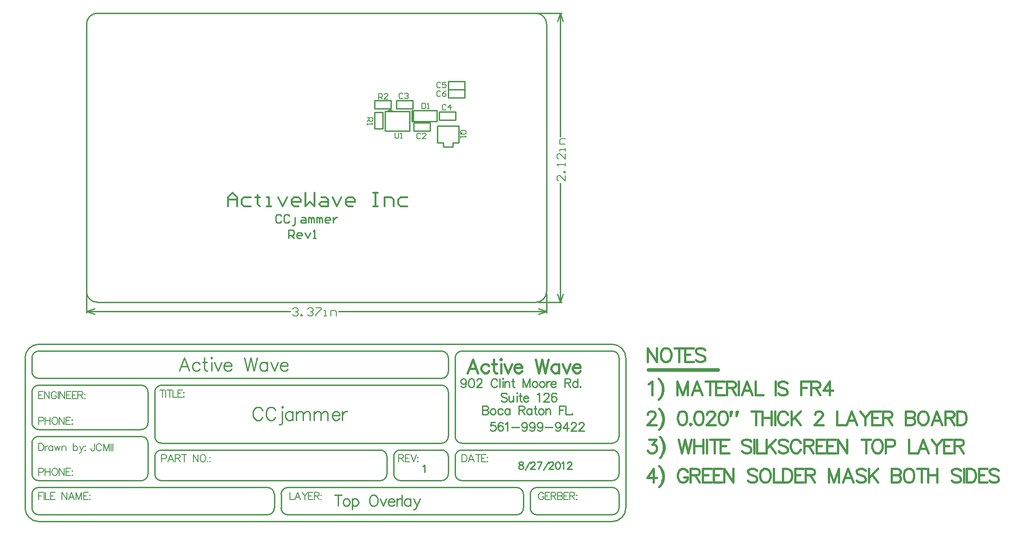
<source format=gto>
%FSLAX25Y25*%
%MOIN*%
G70*
G01*
G75*
G04 Layer_Color=65535*
%ADD10C,0.02500*%
%ADD11C,0.06000*%
%ADD12R,0.03000X0.03000*%
%ADD13R,0.05000X0.02000*%
%ADD14R,0.03000X0.03000*%
%ADD15R,0.03600X0.05000*%
%ADD16R,0.03600X0.03600*%
%ADD17R,0.03937X0.03937*%
%ADD18C,0.02000*%
%ADD19C,0.01200*%
%ADD20C,0.01000*%
%ADD21C,0.00800*%
%ADD22C,0.03000*%
%ADD23C,0.00600*%
%ADD24C,0.00900*%
%ADD25C,0.01500*%
%ADD26C,0.00500*%
%ADD27C,0.04000*%
D10*
X411800Y-49700D02*
X462800D01*
D19*
X103500Y70500D02*
Y77165D01*
X106832Y80497D01*
X110164Y77165D01*
Y70500D01*
Y75498D01*
X103500D01*
X120161Y77165D02*
X115163D01*
X113497Y75498D01*
Y72166D01*
X115163Y70500D01*
X120161D01*
X125160Y78831D02*
Y77165D01*
X123494D01*
X126826D01*
X125160D01*
Y72166D01*
X126826Y70500D01*
X131824D02*
X135156D01*
X133490D01*
Y77165D01*
X131824D01*
X140155D02*
X143487Y70500D01*
X146819Y77165D01*
X155150Y70500D02*
X151818D01*
X150152Y72166D01*
Y75498D01*
X151818Y77165D01*
X155150D01*
X156816Y75498D01*
Y73832D01*
X150152D01*
X160148Y80497D02*
Y70500D01*
X163481Y73832D01*
X166813Y70500D01*
Y80497D01*
X171811Y77165D02*
X175144D01*
X176810Y75498D01*
Y70500D01*
X171811D01*
X170145Y72166D01*
X171811Y73832D01*
X176810D01*
X180142Y77165D02*
X183474Y70500D01*
X186806Y77165D01*
X195137Y70500D02*
X191805D01*
X190139Y72166D01*
Y75498D01*
X191805Y77165D01*
X195137D01*
X196803Y75498D01*
Y73832D01*
X190139D01*
X210132Y80497D02*
X213464D01*
X211798D01*
Y70500D01*
X210132D01*
X213464D01*
X218463D02*
Y77165D01*
X223461D01*
X225127Y75498D01*
Y70500D01*
X235124Y77165D02*
X230126D01*
X228460Y75498D01*
Y72166D01*
X230126Y70500D01*
X235124D01*
D20*
X224100Y140400D02*
G03*
X220600Y140150I-1625J-1875D01*
G01*
X211100Y139200D02*
X214100D01*
X211100Y127200D02*
Y139200D01*
Y127200D02*
X217100D01*
Y139200D01*
X214100D02*
X217100D01*
X218600Y129150D02*
Y140150D01*
X236600D01*
Y125650D02*
Y140150D01*
X218600Y125650D02*
X236600D01*
X218600D02*
Y129150D01*
X265000Y150000D02*
Y153000D01*
Y150000D02*
X277000D01*
Y156000D01*
X265000D02*
X277000D01*
X265000Y153000D02*
Y156000D01*
Y159000D01*
Y156000D02*
X277000D01*
Y162000D01*
X265000D02*
X277000D01*
X265000Y159000D02*
Y162000D01*
X251600Y128600D02*
Y131600D01*
X239600D02*
X251600D01*
X239600Y125600D02*
Y131600D01*
Y125600D02*
X251600D01*
Y128600D01*
X238900Y145000D02*
Y148000D01*
X226900D02*
X238900D01*
X226900Y142000D02*
Y148000D01*
Y142000D02*
X238900D01*
Y145000D01*
X261550Y113900D02*
X266250D01*
X261300D02*
Y116900D01*
X257050D02*
X261300D01*
X257050D02*
Y129400D01*
X272550D01*
Y116900D02*
Y129400D01*
X268300Y116900D02*
X272550D01*
X268300Y113900D02*
Y116900D01*
X266250Y113900D02*
X268050D01*
X270200Y136800D02*
Y139800D01*
X258200D02*
X270200D01*
X258200Y133800D02*
Y139800D01*
Y133800D02*
X270200D01*
Y136800D01*
X223100Y144900D02*
Y147900D01*
X211100D02*
X223100D01*
X211100Y141900D02*
Y147900D01*
Y141900D02*
X223100D01*
Y144900D01*
X238158Y132763D02*
X239437D01*
X238158D02*
Y140637D01*
X239437D01*
X256563Y132763D02*
Y136700D01*
X248000Y132763D02*
X256563D01*
X239437Y140637D02*
X248000D01*
X239437Y136700D02*
Y140637D01*
Y132763D02*
Y136700D01*
Y132763D02*
X248000D01*
Y140637D02*
X256563D01*
Y136700D02*
Y140637D01*
X148000Y47000D02*
Y52998D01*
X150999D01*
X151999Y51998D01*
Y49999D01*
X150999Y48999D01*
X148000D01*
X149999D02*
X151999Y47000D01*
X156997D02*
X154998D01*
X153998Y48000D01*
Y49999D01*
X154998Y50999D01*
X156997D01*
X157997Y49999D01*
Y48999D01*
X153998D01*
X159996Y50999D02*
X161995Y47000D01*
X163995Y50999D01*
X165994Y47000D02*
X167993D01*
X166994D01*
Y52998D01*
X165994Y51998D01*
X142499Y63498D02*
X141499Y64498D01*
X139500D01*
X138500Y63498D01*
Y59500D01*
X139500Y58500D01*
X141499D01*
X142499Y59500D01*
X148497Y63498D02*
X147497Y64498D01*
X145498D01*
X144498Y63498D01*
Y59500D01*
X145498Y58500D01*
X147497D01*
X148497Y59500D01*
X150496Y56501D02*
X151496D01*
X152496Y57500D01*
Y62499D01*
X157494D02*
X159493D01*
X160493Y61499D01*
Y58500D01*
X157494D01*
X156494Y59500D01*
X157494Y60499D01*
X160493D01*
X162492Y58500D02*
Y62499D01*
X163492D01*
X164492Y61499D01*
Y58500D01*
Y61499D01*
X165491Y62499D01*
X166491Y61499D01*
Y58500D01*
X168490D02*
Y62499D01*
X169490D01*
X170490Y61499D01*
Y58500D01*
Y61499D01*
X171489Y62499D01*
X172489Y61499D01*
Y58500D01*
X177487D02*
X175488D01*
X174488Y59500D01*
Y61499D01*
X175488Y62499D01*
X177487D01*
X178487Y61499D01*
Y60499D01*
X174488D01*
X180486Y62499D02*
Y58500D01*
Y60499D01*
X181486Y61499D01*
X182486Y62499D01*
X183485D01*
X184266Y-141402D02*
Y-149400D01*
X181600Y-141402D02*
X186932D01*
X189789Y-144068D02*
X189027Y-144449D01*
X188265Y-145210D01*
X187884Y-146353D01*
Y-147115D01*
X188265Y-148257D01*
X189027Y-149019D01*
X189789Y-149400D01*
X190931D01*
X191693Y-149019D01*
X192455Y-148257D01*
X192836Y-147115D01*
Y-146353D01*
X192455Y-145210D01*
X191693Y-144449D01*
X190931Y-144068D01*
X189789D01*
X194588D02*
Y-152066D01*
Y-145210D02*
X195349Y-144449D01*
X196111Y-144068D01*
X197254D01*
X198015Y-144449D01*
X198777Y-145210D01*
X199158Y-146353D01*
Y-147115D01*
X198777Y-148257D01*
X198015Y-149019D01*
X197254Y-149400D01*
X196111D01*
X195349Y-149019D01*
X194588Y-148257D01*
X209442Y-141402D02*
X208680Y-141783D01*
X207918Y-142544D01*
X207537Y-143306D01*
X207156Y-144449D01*
Y-146353D01*
X207537Y-147496D01*
X207918Y-148257D01*
X208680Y-149019D01*
X209442Y-149400D01*
X210965D01*
X211727Y-149019D01*
X212489Y-148257D01*
X212870Y-147496D01*
X213250Y-146353D01*
Y-144449D01*
X212870Y-143306D01*
X212489Y-142544D01*
X211727Y-141783D01*
X210965Y-141402D01*
X209442D01*
X215117Y-144068D02*
X217402Y-149400D01*
X219687Y-144068D02*
X217402Y-149400D01*
X220982Y-146353D02*
X225553D01*
Y-145591D01*
X225172Y-144829D01*
X224791Y-144449D01*
X224029Y-144068D01*
X222886D01*
X222125Y-144449D01*
X221363Y-145210D01*
X220982Y-146353D01*
Y-147115D01*
X221363Y-148257D01*
X222125Y-149019D01*
X222886Y-149400D01*
X224029D01*
X224791Y-149019D01*
X225553Y-148257D01*
X227266Y-144068D02*
Y-149400D01*
Y-146353D02*
X227647Y-145210D01*
X228409Y-144449D01*
X229171Y-144068D01*
X230313D01*
X231037Y-141402D02*
Y-149400D01*
X237283Y-144068D02*
Y-149400D01*
Y-145210D02*
X236522Y-144449D01*
X235760Y-144068D01*
X234617D01*
X233856Y-144449D01*
X233094Y-145210D01*
X232713Y-146353D01*
Y-147115D01*
X233094Y-148257D01*
X233856Y-149019D01*
X234617Y-149400D01*
X235760D01*
X236522Y-149019D01*
X237283Y-148257D01*
X239797Y-144068D02*
X242082Y-149400D01*
X244368Y-144068D02*
X242082Y-149400D01*
X241321Y-150924D01*
X240559Y-151685D01*
X239797Y-152066D01*
X239416D01*
X330484Y212016D02*
X348000D01*
X330484Y-16D02*
X348000D01*
X347000Y121495D02*
Y212016D01*
Y-16D02*
Y87305D01*
X345000Y206016D02*
X347000Y212016D01*
X349000Y206016D01*
X347000Y-16D02*
X349000Y5984D01*
X345000D02*
X347000Y-16D01*
X337000Y-7500D02*
Y6500D01*
X0Y-7500D02*
Y6500D01*
X184495Y-6500D02*
X337000D01*
X0D02*
X149305D01*
X331000Y-4500D02*
X337000Y-6500D01*
X331000Y-8500D02*
X337000Y-6500D01*
X0D02*
X6000Y-8500D01*
X0Y-6500D02*
X6000Y-4500D01*
X0Y8000D02*
G03*
X8016Y-16I8016J0D01*
G01*
X8000Y212000D02*
G03*
X-16Y203984I0J-8016D01*
G01*
X337000Y204000D02*
G03*
X328984Y212016I-8016J0D01*
G01*
Y-16D02*
G03*
X337000Y8000I0J8016D01*
G01*
X8016Y0D02*
X328984Y-16D01*
X0Y8000D02*
Y203984D01*
X337000Y8000D02*
Y204000D01*
X8000Y212000D02*
X328984Y212016D01*
X137502Y-140794D02*
G03*
X132501Y-135794I-5000J0D01*
G01*
X132618Y-155794D02*
G03*
X137499Y-150827I84J4800D01*
G01*
X147502Y-135794D02*
G03*
X142501Y-140794I0J-5000D01*
G01*
Y-150794D02*
G03*
X147414Y-155793I5000J0D01*
G01*
X320002Y-140794D02*
G03*
X315002Y-135794I-5000J0D01*
G01*
X315118Y-155794D02*
G03*
X320000Y-150827I84J4800D01*
G01*
X325002Y-150894D02*
G03*
X329987Y-155793I4900J0D01*
G01*
X330001Y-135794D02*
G03*
X325002Y-140794I0J-5000D01*
G01*
X45002Y-65694D02*
G03*
X40102Y-60794I-4900J0D01*
G01*
X40202Y-93294D02*
G03*
X45002Y-88494I0J4800D01*
G01*
Y-103194D02*
G03*
X39930Y-98297I-4900J0D01*
G01*
X50002Y-98394D02*
G03*
X54901Y-103294I4900J0D01*
G01*
X50002Y-125894D02*
G03*
X54901Y-130794I4900J0D01*
G01*
X40102D02*
G03*
X45002Y-125894I0J4900D01*
G01*
X220002Y-113194D02*
G03*
X215102Y-108294I-4900J0D01*
G01*
Y-130794D02*
G03*
X220001Y-125809I0J4900D01*
G01*
X225002Y-125694D02*
G03*
X230012Y-130793I5100J0D01*
G01*
X229802Y-108294D02*
G03*
X225008Y-113345I0J-4800D01*
G01*
X55001Y-108294D02*
G03*
X50002Y-113294I0J-5000D01*
G01*
X55001Y-60794D02*
G03*
X50001Y-65794I0J-5000D01*
G01*
X-39998Y-125794D02*
G03*
X-35086Y-130793I5000J0D01*
G01*
X-34999Y-98294D02*
G03*
X-39998Y-103294I0J-5000D01*
G01*
Y-88294D02*
G03*
X-34999Y-93294I5000J0D01*
G01*
Y-60794D02*
G03*
X-39998Y-65794I0J-5000D01*
G01*
Y-50794D02*
G03*
X-34999Y-55794I5000J0D01*
G01*
Y-35794D02*
G03*
X-39998Y-40794I0J-5000D01*
G01*
X265002D02*
G03*
X260001Y-35794I-5000J0D01*
G01*
X275002D02*
G03*
X270002Y-40794I0J-5000D01*
G01*
X260001Y-55794D02*
G03*
X265002Y-50794I0J5000D01*
G01*
Y-65794D02*
G03*
X260001Y-60794I-5000J0D01*
G01*
X-34999Y-135794D02*
G03*
X-39998Y-140794I0J-5000D01*
G01*
X260089Y-103294D02*
G03*
X265002Y-98294I-87J5000D01*
G01*
X-39998Y-150794D02*
G03*
X-35086Y-155793I5000J0D01*
G01*
X265002Y-113194D02*
G03*
X260102Y-108294I-4900J0D01*
G01*
X270002Y-125894D02*
G03*
X274987Y-130793I4900J0D01*
G01*
X260001Y-130794D02*
G03*
X265002Y-125794I0J5000D01*
G01*
X385001Y-155794D02*
G03*
X390002Y-150794I0J5000D01*
G01*
X390002Y-140707D02*
G03*
X385001Y-135793I-5000J-87D01*
G01*
Y-130794D02*
G03*
X390002Y-125794I0J5000D01*
G01*
Y-40694D02*
G03*
X384930Y-35797I-4900J0D01*
G01*
X395002Y-40794D02*
G03*
X385001Y-30794I-10000J0D01*
G01*
Y-160794D02*
G03*
X395002Y-150794I0J10000D01*
G01*
X-44998Y-150694D02*
G03*
X-35075Y-160793I10100J0D01*
G01*
X-34999Y-30794D02*
G03*
X-44998Y-40794I0J-10000D01*
G01*
X270002Y-98294D02*
G03*
X275002Y-103294I5000J0D01*
G01*
X385001D02*
G03*
X390002Y-98294I0J5000D01*
G01*
X275002Y-108294D02*
G03*
X270002Y-113294I0J-5000D01*
G01*
X390002Y-113194D02*
G03*
X385102Y-108294I-4900J0D01*
G01*
X147502Y-155794D02*
X315002D01*
X-34999D02*
X132501D01*
X-34999Y-135794D02*
X132501D01*
X147502D02*
X315002D01*
X330001Y-155794D02*
X385001D01*
X330001Y-135794D02*
X385001D01*
X-34999Y-35794D02*
X260001D01*
X-34999Y-160794D02*
X385001D01*
X-34999Y-30794D02*
X385001D01*
X-34999Y-130794D02*
X40001D01*
X-34999Y-98294D02*
X40001D01*
X-34999Y-93294D02*
X40001D01*
X-34999Y-60794D02*
X40001D01*
X-34999Y-55794D02*
X260001D01*
X55001Y-60794D02*
X260001D01*
X55001Y-108294D02*
X215002D01*
X55001Y-130794D02*
X215002D01*
X230001D02*
X260001D01*
X230001Y-108294D02*
X260001D01*
X275002Y-130794D02*
X385001D01*
X275002Y-35794D02*
X385001D01*
X55001Y-103294D02*
X260001D01*
X275002D02*
X385001D01*
X275002Y-108294D02*
X385001D01*
X137502Y-150794D02*
Y-140794D01*
X142501Y-150794D02*
Y-140794D01*
X320002Y-150794D02*
Y-140794D01*
X325002Y-150794D02*
Y-140794D01*
X395002Y-150794D02*
Y-40794D01*
X-39998Y-125794D02*
Y-103294D01*
X45002Y-125794D02*
Y-103294D01*
X-39998Y-88294D02*
Y-65794D01*
X45002Y-88294D02*
Y-65794D01*
X-39998Y-50794D02*
Y-40794D01*
X265002Y-50794D02*
Y-40794D01*
Y-98294D02*
Y-65794D01*
X50002Y-98294D02*
Y-65794D01*
X220002Y-125794D02*
Y-113294D01*
X50002Y-125794D02*
Y-113294D01*
X225002Y-125794D02*
Y-113294D01*
X265002Y-125794D02*
Y-113294D01*
X390002Y-150794D02*
Y-140794D01*
X-39998Y-150794D02*
Y-140794D01*
X-44998Y-150794D02*
Y-40794D01*
X270002Y-98294D02*
Y-40794D01*
X390002Y-98294D02*
Y-40794D01*
X270002Y-125794D02*
Y-113294D01*
X390002Y-125794D02*
Y-113194D01*
X307875Y-67392D02*
X307266Y-66782D01*
X306352Y-66478D01*
X305133D01*
X304219Y-66782D01*
X303609Y-67392D01*
Y-68001D01*
X303914Y-68611D01*
X304219Y-68915D01*
X304828Y-69220D01*
X306656Y-69829D01*
X307266Y-70134D01*
X307571Y-70439D01*
X307875Y-71048D01*
Y-71962D01*
X307266Y-72572D01*
X306352Y-72876D01*
X305133D01*
X304219Y-72572D01*
X303609Y-71962D01*
X309307Y-68611D02*
Y-71658D01*
X309612Y-72572D01*
X310221Y-72876D01*
X311136D01*
X311745Y-72572D01*
X312659Y-71658D01*
Y-68611D02*
Y-72876D01*
X314944Y-66478D02*
X315249Y-66782D01*
X315554Y-66478D01*
X315249Y-66173D01*
X314944Y-66478D01*
X315249Y-68611D02*
Y-72876D01*
X317595Y-66478D02*
Y-71658D01*
X317900Y-72572D01*
X318509Y-72876D01*
X319118D01*
X316681Y-68611D02*
X318814D01*
X320033Y-70439D02*
X323689D01*
Y-69829D01*
X323384Y-69220D01*
X323080Y-68915D01*
X322470Y-68611D01*
X321556D01*
X320947Y-68915D01*
X320337Y-69525D01*
X320033Y-70439D01*
Y-71048D01*
X320337Y-71962D01*
X320947Y-72572D01*
X321556Y-72876D01*
X322470D01*
X323080Y-72572D01*
X323689Y-71962D01*
X330088Y-67696D02*
X330697Y-67392D01*
X331611Y-66478D01*
Y-72876D01*
X335085Y-68001D02*
Y-67696D01*
X335389Y-67087D01*
X335694Y-66782D01*
X336303Y-66478D01*
X337522D01*
X338132Y-66782D01*
X338436Y-67087D01*
X338741Y-67696D01*
Y-68306D01*
X338436Y-68915D01*
X337827Y-69829D01*
X334780Y-72876D01*
X339046D01*
X344134Y-67392D02*
X343829Y-66782D01*
X342915Y-66478D01*
X342306D01*
X341392Y-66782D01*
X340782Y-67696D01*
X340478Y-69220D01*
Y-70744D01*
X340782Y-71962D01*
X341392Y-72572D01*
X342306Y-72876D01*
X342611D01*
X343525Y-72572D01*
X344134Y-71962D01*
X344439Y-71048D01*
Y-70744D01*
X344134Y-69829D01*
X343525Y-69220D01*
X342611Y-68915D01*
X342306D01*
X341392Y-69220D01*
X340782Y-69829D01*
X340478Y-70744D01*
X299266Y-87978D02*
X296219D01*
X295914Y-90720D01*
X296219Y-90415D01*
X297133Y-90111D01*
X298047D01*
X298961Y-90415D01*
X299570Y-91025D01*
X299875Y-91939D01*
Y-92548D01*
X299570Y-93462D01*
X298961Y-94072D01*
X298047Y-94376D01*
X297133D01*
X296219Y-94072D01*
X295914Y-93767D01*
X295609Y-93158D01*
X304964Y-88892D02*
X304659Y-88282D01*
X303745Y-87978D01*
X303135D01*
X302221Y-88282D01*
X301612Y-89196D01*
X301307Y-90720D01*
Y-92243D01*
X301612Y-93462D01*
X302221Y-94072D01*
X303135Y-94376D01*
X303440D01*
X304354Y-94072D01*
X304964Y-93462D01*
X305268Y-92548D01*
Y-92243D01*
X304964Y-91329D01*
X304354Y-90720D01*
X303440Y-90415D01*
X303135D01*
X302221Y-90720D01*
X301612Y-91329D01*
X301307Y-92243D01*
X306670Y-89196D02*
X307279Y-88892D01*
X308193Y-87978D01*
Y-94376D01*
X311362Y-91634D02*
X316847D01*
X322697Y-90111D02*
X322392Y-91025D01*
X321783Y-91634D01*
X320869Y-91939D01*
X320564D01*
X319650Y-91634D01*
X319041Y-91025D01*
X318736Y-90111D01*
Y-89806D01*
X319041Y-88892D01*
X319650Y-88282D01*
X320564Y-87978D01*
X320869D01*
X321783Y-88282D01*
X322392Y-88892D01*
X322697Y-90111D01*
Y-91634D01*
X322392Y-93158D01*
X321783Y-94072D01*
X320869Y-94376D01*
X320259D01*
X319345Y-94072D01*
X319041Y-93462D01*
X328395Y-90111D02*
X328090Y-91025D01*
X327481Y-91634D01*
X326567Y-91939D01*
X326262D01*
X325348Y-91634D01*
X324739Y-91025D01*
X324434Y-90111D01*
Y-89806D01*
X324739Y-88892D01*
X325348Y-88282D01*
X326262Y-87978D01*
X326567D01*
X327481Y-88282D01*
X328090Y-88892D01*
X328395Y-90111D01*
Y-91634D01*
X328090Y-93158D01*
X327481Y-94072D01*
X326567Y-94376D01*
X325957D01*
X325043Y-94072D01*
X324739Y-93462D01*
X334093Y-90111D02*
X333788Y-91025D01*
X333179Y-91634D01*
X332264Y-91939D01*
X331960D01*
X331046Y-91634D01*
X330436Y-91025D01*
X330132Y-90111D01*
Y-89806D01*
X330436Y-88892D01*
X331046Y-88282D01*
X331960Y-87978D01*
X332264D01*
X333179Y-88282D01*
X333788Y-88892D01*
X334093Y-90111D01*
Y-91634D01*
X333788Y-93158D01*
X333179Y-94072D01*
X332264Y-94376D01*
X331655D01*
X330741Y-94072D01*
X330436Y-93462D01*
X335829Y-91634D02*
X341314D01*
X347164Y-90111D02*
X346860Y-91025D01*
X346250Y-91634D01*
X345336Y-91939D01*
X345031D01*
X344117Y-91634D01*
X343508Y-91025D01*
X343203Y-90111D01*
Y-89806D01*
X343508Y-88892D01*
X344117Y-88282D01*
X345031Y-87978D01*
X345336D01*
X346250Y-88282D01*
X346860Y-88892D01*
X347164Y-90111D01*
Y-91634D01*
X346860Y-93158D01*
X346250Y-94072D01*
X345336Y-94376D01*
X344727D01*
X343812Y-94072D01*
X343508Y-93462D01*
X351948Y-87978D02*
X348901Y-92243D01*
X353471D01*
X351948Y-87978D02*
Y-94376D01*
X354904Y-89501D02*
Y-89196D01*
X355208Y-88587D01*
X355513Y-88282D01*
X356122Y-87978D01*
X357341D01*
X357950Y-88282D01*
X358255Y-88587D01*
X358560Y-89196D01*
Y-89806D01*
X358255Y-90415D01*
X357646Y-91329D01*
X354599Y-94376D01*
X358864D01*
X360601Y-89501D02*
Y-89196D01*
X360906Y-88587D01*
X361211Y-88282D01*
X361820Y-87978D01*
X363039D01*
X363648Y-88282D01*
X363953Y-88587D01*
X364258Y-89196D01*
Y-89806D01*
X363953Y-90415D01*
X363344Y-91329D01*
X360297Y-94376D01*
X364562D01*
X278070Y-58111D02*
X277766Y-59025D01*
X277156Y-59634D01*
X276242Y-59939D01*
X275938D01*
X275024Y-59634D01*
X274414Y-59025D01*
X274110Y-58111D01*
Y-57806D01*
X274414Y-56892D01*
X275024Y-56282D01*
X275938Y-55978D01*
X276242D01*
X277156Y-56282D01*
X277766Y-56892D01*
X278070Y-58111D01*
Y-59634D01*
X277766Y-61158D01*
X277156Y-62072D01*
X276242Y-62376D01*
X275633D01*
X274719Y-62072D01*
X274414Y-61462D01*
X281635Y-55978D02*
X280721Y-56282D01*
X280112Y-57196D01*
X279807Y-58720D01*
Y-59634D01*
X280112Y-61158D01*
X280721Y-62072D01*
X281635Y-62376D01*
X282245D01*
X283159Y-62072D01*
X283768Y-61158D01*
X284073Y-59634D01*
Y-58720D01*
X283768Y-57196D01*
X283159Y-56282D01*
X282245Y-55978D01*
X281635D01*
X285810Y-57501D02*
Y-57196D01*
X286115Y-56587D01*
X286419Y-56282D01*
X287029Y-55978D01*
X288247D01*
X288857Y-56282D01*
X289161Y-56587D01*
X289466Y-57196D01*
Y-57806D01*
X289161Y-58415D01*
X288552Y-59329D01*
X285505Y-62376D01*
X289771D01*
X300801Y-57501D02*
X300496Y-56892D01*
X299887Y-56282D01*
X299277Y-55978D01*
X298059D01*
X297449Y-56282D01*
X296840Y-56892D01*
X296535Y-57501D01*
X296231Y-58415D01*
Y-59939D01*
X296535Y-60853D01*
X296840Y-61462D01*
X297449Y-62072D01*
X298059Y-62376D01*
X299277D01*
X299887Y-62072D01*
X300496Y-61462D01*
X300801Y-60853D01*
X302599Y-55978D02*
Y-62376D01*
X304549Y-55978D02*
X304853Y-56282D01*
X305158Y-55978D01*
X304853Y-55673D01*
X304549Y-55978D01*
X304853Y-58111D02*
Y-62376D01*
X306285Y-58111D02*
Y-62376D01*
Y-59329D02*
X307200Y-58415D01*
X307809Y-58111D01*
X308723D01*
X309332Y-58415D01*
X309637Y-59329D01*
Y-62376D01*
X312227Y-55978D02*
Y-61158D01*
X312532Y-62072D01*
X313141Y-62376D01*
X313751D01*
X311313Y-58111D02*
X313446D01*
X319692Y-55978D02*
Y-62376D01*
Y-55978D02*
X322130Y-62376D01*
X324567Y-55978D02*
X322130Y-62376D01*
X324567Y-55978D02*
Y-62376D01*
X327919Y-58111D02*
X327309Y-58415D01*
X326700Y-59025D01*
X326395Y-59939D01*
Y-60548D01*
X326700Y-61462D01*
X327309Y-62072D01*
X327919Y-62376D01*
X328833D01*
X329442Y-62072D01*
X330052Y-61462D01*
X330357Y-60548D01*
Y-59939D01*
X330052Y-59025D01*
X329442Y-58415D01*
X328833Y-58111D01*
X327919D01*
X333282D02*
X332672Y-58415D01*
X332063Y-59025D01*
X331758Y-59939D01*
Y-60548D01*
X332063Y-61462D01*
X332672Y-62072D01*
X333282Y-62376D01*
X334196D01*
X334805Y-62072D01*
X335414Y-61462D01*
X335719Y-60548D01*
Y-59939D01*
X335414Y-59025D01*
X334805Y-58415D01*
X334196Y-58111D01*
X333282D01*
X337121D02*
Y-62376D01*
Y-59939D02*
X337425Y-59025D01*
X338035Y-58415D01*
X338644Y-58111D01*
X339558D01*
X340137Y-59939D02*
X343794D01*
Y-59329D01*
X343489Y-58720D01*
X343184Y-58415D01*
X342575Y-58111D01*
X341661D01*
X341051Y-58415D01*
X340442Y-59025D01*
X340137Y-59939D01*
Y-60548D01*
X340442Y-61462D01*
X341051Y-62072D01*
X341661Y-62376D01*
X342575D01*
X343184Y-62072D01*
X343794Y-61462D01*
X350192Y-55978D02*
Y-62376D01*
Y-55978D02*
X352935D01*
X353849Y-56282D01*
X354153Y-56587D01*
X354458Y-57196D01*
Y-57806D01*
X354153Y-58415D01*
X353849Y-58720D01*
X352935Y-59025D01*
X350192D01*
X352325D02*
X354458Y-62376D01*
X359546Y-55978D02*
Y-62376D01*
Y-59025D02*
X358937Y-58415D01*
X358328Y-58111D01*
X357414D01*
X356804Y-58415D01*
X356195Y-59025D01*
X355890Y-59939D01*
Y-60548D01*
X356195Y-61462D01*
X356804Y-62072D01*
X357414Y-62376D01*
X358328D01*
X358937Y-62072D01*
X359546Y-61462D01*
X361557Y-61767D02*
X361253Y-62072D01*
X361557Y-62376D01*
X361862Y-62072D01*
X361557Y-61767D01*
X290109Y-75978D02*
Y-82376D01*
Y-75978D02*
X292852D01*
X293766Y-76282D01*
X294071Y-76587D01*
X294375Y-77197D01*
Y-77806D01*
X294071Y-78415D01*
X293766Y-78720D01*
X292852Y-79025D01*
X290109D02*
X292852D01*
X293766Y-79329D01*
X294071Y-79634D01*
X294375Y-80243D01*
Y-81158D01*
X294071Y-81767D01*
X293766Y-82072D01*
X292852Y-82376D01*
X290109D01*
X297331Y-78111D02*
X296721Y-78415D01*
X296112Y-79025D01*
X295807Y-79939D01*
Y-80548D01*
X296112Y-81462D01*
X296721Y-82072D01*
X297331Y-82376D01*
X298245D01*
X298854Y-82072D01*
X299464Y-81462D01*
X299768Y-80548D01*
Y-79939D01*
X299464Y-79025D01*
X298854Y-78415D01*
X298245Y-78111D01*
X297331D01*
X304826Y-79025D02*
X304217Y-78415D01*
X303608Y-78111D01*
X302693D01*
X302084Y-78415D01*
X301475Y-79025D01*
X301170Y-79939D01*
Y-80548D01*
X301475Y-81462D01*
X302084Y-82072D01*
X302693Y-82376D01*
X303608D01*
X304217Y-82072D01*
X304826Y-81462D01*
X309854Y-78111D02*
Y-82376D01*
Y-79025D02*
X309244Y-78415D01*
X308635Y-78111D01*
X307721D01*
X307112Y-78415D01*
X306502Y-79025D01*
X306197Y-79939D01*
Y-80548D01*
X306502Y-81462D01*
X307112Y-82072D01*
X307721Y-82376D01*
X308635D01*
X309244Y-82072D01*
X309854Y-81462D01*
X316588Y-75978D02*
Y-82376D01*
Y-75978D02*
X319330D01*
X320244Y-76282D01*
X320549Y-76587D01*
X320853Y-77197D01*
Y-77806D01*
X320549Y-78415D01*
X320244Y-78720D01*
X319330Y-79025D01*
X316588D01*
X318721D02*
X320853Y-82376D01*
X325942Y-78111D02*
Y-82376D01*
Y-79025D02*
X325332Y-78415D01*
X324723Y-78111D01*
X323809D01*
X323200Y-78415D01*
X322590Y-79025D01*
X322285Y-79939D01*
Y-80548D01*
X322590Y-81462D01*
X323200Y-82072D01*
X323809Y-82376D01*
X324723D01*
X325332Y-82072D01*
X325942Y-81462D01*
X328562Y-75978D02*
Y-81158D01*
X328867Y-82072D01*
X329476Y-82376D01*
X330086D01*
X327648Y-78111D02*
X329781D01*
X332523D02*
X331914Y-78415D01*
X331304Y-79025D01*
X331000Y-79939D01*
Y-80548D01*
X331304Y-81462D01*
X331914Y-82072D01*
X332523Y-82376D01*
X333437D01*
X334047Y-82072D01*
X334656Y-81462D01*
X334961Y-80548D01*
Y-79939D01*
X334656Y-79025D01*
X334047Y-78415D01*
X333437Y-78111D01*
X332523D01*
X336362D02*
Y-82376D01*
Y-79329D02*
X337277Y-78415D01*
X337886Y-78111D01*
X338800D01*
X339409Y-78415D01*
X339714Y-79329D01*
Y-82376D01*
X346417Y-75978D02*
Y-82376D01*
Y-75978D02*
X350378D01*
X346417Y-79025D02*
X348855D01*
X351110Y-75978D02*
Y-82376D01*
X354766D01*
X355772Y-81767D02*
X355467Y-82072D01*
X355772Y-82376D01*
X356076Y-82072D01*
X355772Y-81767D01*
D21*
X205500Y135500D02*
X209499D01*
Y133501D01*
X208832Y132834D01*
X207499D01*
X206833Y133501D01*
Y135500D01*
Y134167D02*
X205500Y132834D01*
Y131501D02*
Y130168D01*
Y130835D01*
X209499D01*
X208832Y131501D01*
X244666Y123332D02*
X243999Y123999D01*
X242666D01*
X242000Y123332D01*
Y120667D01*
X242666Y120000D01*
X243999D01*
X244666Y120667D01*
X248664Y120000D02*
X245999D01*
X248664Y122666D01*
Y123332D01*
X247998Y123999D01*
X246665D01*
X245999Y123332D01*
X231766Y152532D02*
X231099Y153199D01*
X229766D01*
X229100Y152532D01*
Y149866D01*
X229766Y149200D01*
X231099D01*
X231766Y149866D01*
X233099Y152532D02*
X233765Y153199D01*
X235098D01*
X235765Y152532D01*
Y151866D01*
X235098Y151199D01*
X234432D01*
X235098D01*
X235765Y150533D01*
Y149866D01*
X235098Y149200D01*
X233765D01*
X233099Y149866D01*
X263166Y144332D02*
X262499Y144999D01*
X261166D01*
X260500Y144332D01*
Y141666D01*
X261166Y141000D01*
X262499D01*
X263166Y141666D01*
X266498Y141000D02*
Y144999D01*
X264499Y142999D01*
X267164D01*
X245500Y145999D02*
Y142000D01*
X247499D01*
X248166Y142666D01*
Y145332D01*
X247499Y145999D01*
X245500D01*
X249499Y142000D02*
X250832D01*
X250165D01*
Y145999D01*
X249499Y145332D01*
X274666Y123334D02*
X277332D01*
X277999Y124001D01*
Y125333D01*
X277332Y126000D01*
X274666D01*
X274000Y125333D01*
Y124001D01*
X275333Y124667D02*
X274000Y123334D01*
Y124001D02*
X274666Y123334D01*
X274000Y122001D02*
Y120668D01*
Y121335D01*
X277999D01*
X277332Y122001D01*
X214000Y149100D02*
Y153099D01*
X215999D01*
X216666Y152432D01*
Y151099D01*
X215999Y150433D01*
X214000D01*
X215333D02*
X216666Y149100D01*
X220665D02*
X217999D01*
X220665Y151766D01*
Y152432D01*
X219998Y153099D01*
X218665D01*
X217999Y152432D01*
X226000Y124499D02*
Y121167D01*
X226666Y120500D01*
X227999D01*
X228666Y121167D01*
Y124499D01*
X229999Y120500D02*
X231332D01*
X230665D01*
Y124499D01*
X229999Y123832D01*
X259166Y160832D02*
X258499Y161499D01*
X257166D01*
X256500Y160832D01*
Y158167D01*
X257166Y157500D01*
X258499D01*
X259166Y158167D01*
X263164Y161499D02*
X260499D01*
Y159499D01*
X261832Y160166D01*
X262498D01*
X263164Y159499D01*
Y158167D01*
X262498Y157500D01*
X261165D01*
X260499Y158167D01*
X259166Y154332D02*
X258499Y154999D01*
X257166D01*
X256500Y154332D01*
Y151666D01*
X257166Y151000D01*
X258499D01*
X259166Y151666D01*
X263164Y154999D02*
X261832Y154332D01*
X260499Y152999D01*
Y151666D01*
X261165Y151000D01*
X262498D01*
X263164Y151666D01*
Y152333D01*
X262498Y152999D01*
X260499D01*
X5837Y-103568D02*
Y-107630D01*
X5583Y-108392D01*
X5329Y-108646D01*
X4821Y-108900D01*
X4314D01*
X3806Y-108646D01*
X3552Y-108392D01*
X3298Y-107630D01*
Y-107122D01*
X11017Y-104837D02*
X10763Y-104329D01*
X10255Y-103821D01*
X9747Y-103568D01*
X8732D01*
X8224Y-103821D01*
X7716Y-104329D01*
X7462Y-104837D01*
X7208Y-105599D01*
Y-106868D01*
X7462Y-107630D01*
X7716Y-108138D01*
X8224Y-108646D01*
X8732Y-108900D01*
X9747D01*
X10255Y-108646D01*
X10763Y-108138D01*
X11017Y-107630D01*
X12515Y-103568D02*
Y-108900D01*
Y-103568D02*
X14547Y-108900D01*
X16578Y-103568D02*
X14547Y-108900D01*
X16578Y-103568D02*
Y-108900D01*
X18101Y-103568D02*
Y-108900D01*
X19218Y-103568D02*
Y-108900D01*
D23*
X350599Y92904D02*
Y88905D01*
X346600Y92904D01*
X345601D01*
X344601Y91904D01*
Y89905D01*
X345601Y88905D01*
X350599Y94903D02*
X349599D01*
Y95903D01*
X350599D01*
Y94903D01*
Y99901D02*
Y101901D01*
Y100901D01*
X344601D01*
X345601Y99901D01*
X350599Y108898D02*
Y104900D01*
X346600Y108898D01*
X345601D01*
X344601Y107899D01*
Y105900D01*
X345601Y104900D01*
X350599Y110898D02*
Y112897D01*
Y111898D01*
X346600D01*
Y110898D01*
X350599Y115896D02*
X346600D01*
Y118895D01*
X347600Y119895D01*
X350599D01*
X150905Y-5101D02*
X151905Y-4101D01*
X153904D01*
X154904Y-5101D01*
Y-6100D01*
X153904Y-7100D01*
X152904D01*
X153904D01*
X154904Y-8100D01*
Y-9099D01*
X153904Y-10099D01*
X151905D01*
X150905Y-9099D01*
X156903Y-10099D02*
Y-9099D01*
X157903D01*
Y-10099D01*
X156903D01*
X161902Y-5101D02*
X162901Y-4101D01*
X164901D01*
X165900Y-5101D01*
Y-6100D01*
X164901Y-7100D01*
X163901D01*
X164901D01*
X165900Y-8100D01*
Y-9099D01*
X164901Y-10099D01*
X162901D01*
X161902Y-9099D01*
X167900Y-4101D02*
X171898D01*
Y-5101D01*
X167900Y-9099D01*
Y-10099D01*
X173898D02*
X175897D01*
X174897D01*
Y-6100D01*
X173898D01*
X178896Y-10099D02*
Y-6100D01*
X181895D01*
X182895Y-7100D01*
Y-10099D01*
D24*
X317748Y-117008D02*
X316986Y-117262D01*
X316733Y-117770D01*
Y-118277D01*
X316986Y-118785D01*
X317494Y-119039D01*
X318510Y-119293D01*
X319272Y-119547D01*
X319779Y-120055D01*
X320033Y-120563D01*
Y-121324D01*
X319779Y-121832D01*
X319526Y-122086D01*
X318764Y-122340D01*
X317748D01*
X316986Y-122086D01*
X316733Y-121832D01*
X316478Y-121324D01*
Y-120563D01*
X316733Y-120055D01*
X317240Y-119547D01*
X318002Y-119293D01*
X319018Y-119039D01*
X319526Y-118785D01*
X319779Y-118277D01*
Y-117770D01*
X319526Y-117262D01*
X318764Y-117008D01*
X317748D01*
X321227Y-123102D02*
X324782Y-117008D01*
X325391Y-118277D02*
Y-118023D01*
X325645Y-117516D01*
X325899Y-117262D01*
X326407Y-117008D01*
X327422D01*
X327930Y-117262D01*
X328184Y-117516D01*
X328438Y-118023D01*
Y-118531D01*
X328184Y-119039D01*
X327676Y-119801D01*
X325137Y-122340D01*
X328692D01*
X333440Y-117008D02*
X330901Y-122340D01*
X329885Y-117008D02*
X333440D01*
X334634Y-123102D02*
X338188Y-117008D01*
X338798Y-118277D02*
Y-118023D01*
X339052Y-117516D01*
X339306Y-117262D01*
X339813Y-117008D01*
X340829D01*
X341337Y-117262D01*
X341591Y-117516D01*
X341845Y-118023D01*
Y-118531D01*
X341591Y-119039D01*
X341083Y-119801D01*
X338544Y-122340D01*
X342099D01*
X344816Y-117008D02*
X344054Y-117262D01*
X343546Y-118023D01*
X343292Y-119293D01*
Y-120055D01*
X343546Y-121324D01*
X344054Y-122086D01*
X344816Y-122340D01*
X345323D01*
X346085Y-122086D01*
X346593Y-121324D01*
X346847Y-120055D01*
Y-119293D01*
X346593Y-118023D01*
X346085Y-117262D01*
X345323Y-117008D01*
X344816D01*
X348040Y-118023D02*
X348548Y-117770D01*
X349310Y-117008D01*
Y-122340D01*
X352205Y-118277D02*
Y-118023D01*
X352459Y-117516D01*
X352712Y-117262D01*
X353220Y-117008D01*
X354236D01*
X354744Y-117262D01*
X354998Y-117516D01*
X355252Y-118023D01*
Y-118531D01*
X354998Y-119039D01*
X354490Y-119801D01*
X351951Y-122340D01*
X355506D01*
X75314Y-50294D02*
X71658Y-40696D01*
X68001Y-50294D01*
X69372Y-47095D02*
X73943D01*
X83038Y-45267D02*
X82124Y-44352D01*
X81210Y-43895D01*
X79839D01*
X78925Y-44352D01*
X78011Y-45267D01*
X77554Y-46638D01*
Y-47552D01*
X78011Y-48923D01*
X78925Y-49837D01*
X79839Y-50294D01*
X81210D01*
X82124Y-49837D01*
X83038Y-48923D01*
X86466Y-40696D02*
Y-48466D01*
X86923Y-49837D01*
X87837Y-50294D01*
X88751D01*
X85095Y-43895D02*
X88294D01*
X91036Y-40696D02*
X91493Y-41153D01*
X91951Y-40696D01*
X91493Y-40239D01*
X91036Y-40696D01*
X91493Y-43895D02*
Y-50294D01*
X93642Y-43895D02*
X96384Y-50294D01*
X99126Y-43895D02*
X96384Y-50294D01*
X100680Y-46638D02*
X106165D01*
Y-45724D01*
X105708Y-44809D01*
X105251Y-44352D01*
X104336Y-43895D01*
X102965D01*
X102051Y-44352D01*
X101137Y-45267D01*
X100680Y-46638D01*
Y-47552D01*
X101137Y-48923D01*
X102051Y-49837D01*
X102965Y-50294D01*
X104336D01*
X105251Y-49837D01*
X106165Y-48923D01*
X115763Y-40696D02*
X118048Y-50294D01*
X120333Y-40696D02*
X118048Y-50294D01*
X120333Y-40696D02*
X122618Y-50294D01*
X124904Y-40696D02*
X122618Y-50294D01*
X132308Y-43895D02*
Y-50294D01*
Y-45267D02*
X131394Y-44352D01*
X130479Y-43895D01*
X129108D01*
X128194Y-44352D01*
X127280Y-45267D01*
X126823Y-46638D01*
Y-47552D01*
X127280Y-48923D01*
X128194Y-49837D01*
X129108Y-50294D01*
X130479D01*
X131394Y-49837D01*
X132308Y-48923D01*
X134867Y-43895D02*
X137609Y-50294D01*
X140352Y-43895D02*
X137609Y-50294D01*
X141905Y-46638D02*
X147390D01*
Y-45724D01*
X146933Y-44809D01*
X146476Y-44352D01*
X145562Y-43895D01*
X144191D01*
X143277Y-44352D01*
X142363Y-45267D01*
X141905Y-46638D01*
Y-47552D01*
X142363Y-48923D01*
X143277Y-49837D01*
X144191Y-50294D01*
X145562D01*
X146476Y-49837D01*
X147390Y-48923D01*
X128856Y-79187D02*
X128399Y-78273D01*
X127485Y-77359D01*
X126570Y-76902D01*
X124742D01*
X123828Y-77359D01*
X122914Y-78273D01*
X122457Y-79187D01*
X122000Y-80558D01*
Y-82844D01*
X122457Y-84215D01*
X122914Y-85129D01*
X123828Y-86043D01*
X124742Y-86500D01*
X126570D01*
X127485Y-86043D01*
X128399Y-85129D01*
X128856Y-84215D01*
X138408Y-79187D02*
X137951Y-78273D01*
X137037Y-77359D01*
X136123Y-76902D01*
X134294D01*
X133380Y-77359D01*
X132466Y-78273D01*
X132009Y-79187D01*
X131552Y-80558D01*
Y-82844D01*
X132009Y-84215D01*
X132466Y-85129D01*
X133380Y-86043D01*
X134294Y-86500D01*
X136123D01*
X137037Y-86043D01*
X137951Y-85129D01*
X138408Y-84215D01*
X142933Y-76902D02*
X143390Y-77359D01*
X143847Y-76902D01*
X143390Y-76445D01*
X142933Y-76902D01*
X143390Y-80101D02*
Y-87871D01*
X142933Y-89242D01*
X142019Y-89699D01*
X141104D01*
X151114Y-80101D02*
Y-86500D01*
Y-81472D02*
X150200Y-80558D01*
X149286Y-80101D01*
X147914D01*
X147000Y-80558D01*
X146086Y-81472D01*
X145629Y-82844D01*
Y-83758D01*
X146086Y-85129D01*
X147000Y-86043D01*
X147914Y-86500D01*
X149286D01*
X150200Y-86043D01*
X151114Y-85129D01*
X153673Y-80101D02*
Y-86500D01*
Y-81929D02*
X155044Y-80558D01*
X155958Y-80101D01*
X157330D01*
X158244Y-80558D01*
X158701Y-81929D01*
Y-86500D01*
Y-81929D02*
X160072Y-80558D01*
X160986Y-80101D01*
X162357D01*
X163271Y-80558D01*
X163728Y-81929D01*
Y-86500D01*
X166745Y-80101D02*
Y-86500D01*
Y-81929D02*
X168116Y-80558D01*
X169030Y-80101D01*
X170401D01*
X171315Y-80558D01*
X171772Y-81929D01*
Y-86500D01*
Y-81929D02*
X173143Y-80558D01*
X174057Y-80101D01*
X175428D01*
X176343Y-80558D01*
X176800Y-81929D01*
Y-86500D01*
X179816Y-82844D02*
X185301D01*
Y-81929D01*
X184844Y-81015D01*
X184387Y-80558D01*
X183473Y-80101D01*
X182101D01*
X181187Y-80558D01*
X180273Y-81472D01*
X179816Y-82844D01*
Y-83758D01*
X180273Y-85129D01*
X181187Y-86043D01*
X182101Y-86500D01*
X183473D01*
X184387Y-86043D01*
X185301Y-85129D01*
X187357Y-80101D02*
Y-86500D01*
Y-82844D02*
X187814Y-81472D01*
X188728Y-80558D01*
X189643Y-80101D01*
X191014D01*
X246251Y-120228D02*
X246759Y-119974D01*
X247521Y-119212D01*
Y-124544D01*
D25*
X286727Y-51876D02*
X282918Y-41879D01*
X279110Y-51876D01*
X280538Y-48544D02*
X285299D01*
X294773Y-46639D02*
X293821Y-45687D01*
X292868Y-45211D01*
X291440D01*
X290488Y-45687D01*
X289536Y-46639D01*
X289060Y-48068D01*
Y-49020D01*
X289536Y-50448D01*
X290488Y-51400D01*
X291440Y-51876D01*
X292868D01*
X293821Y-51400D01*
X294773Y-50448D01*
X298343Y-41879D02*
Y-49972D01*
X298819Y-51400D01*
X299772Y-51876D01*
X300724D01*
X296915Y-45211D02*
X300248D01*
X303104Y-41879D02*
X303580Y-42355D01*
X304057Y-41879D01*
X303580Y-41402D01*
X303104Y-41879D01*
X303580Y-45211D02*
Y-51876D01*
X305818Y-45211D02*
X308675Y-51876D01*
X311531Y-45211D02*
X308675Y-51876D01*
X313150Y-48068D02*
X318863D01*
Y-47115D01*
X318387Y-46163D01*
X317911Y-45687D01*
X316958Y-45211D01*
X315530D01*
X314578Y-45687D01*
X313626Y-46639D01*
X313150Y-48068D01*
Y-49020D01*
X313626Y-50448D01*
X314578Y-51400D01*
X315530Y-51876D01*
X316958D01*
X317911Y-51400D01*
X318863Y-50448D01*
X328861Y-41879D02*
X331241Y-51876D01*
X333622Y-41879D02*
X331241Y-51876D01*
X333622Y-41879D02*
X336002Y-51876D01*
X338383Y-41879D02*
X336002Y-51876D01*
X346095Y-45211D02*
Y-51876D01*
Y-46639D02*
X345143Y-45687D01*
X344191Y-45211D01*
X342762D01*
X341810Y-45687D01*
X340858Y-46639D01*
X340382Y-48068D01*
Y-49020D01*
X340858Y-50448D01*
X341810Y-51400D01*
X342762Y-51876D01*
X344191D01*
X345143Y-51400D01*
X346095Y-50448D01*
X348761Y-45211D02*
X351618Y-51876D01*
X354474Y-45211D02*
X351618Y-51876D01*
X356093Y-48068D02*
X361806D01*
Y-47115D01*
X361330Y-46163D01*
X360854Y-45687D01*
X359902Y-45211D01*
X358473D01*
X357521Y-45687D01*
X356569Y-46639D01*
X356093Y-48068D01*
Y-49020D01*
X356569Y-50448D01*
X357521Y-51400D01*
X358473Y-51876D01*
X359902D01*
X360854Y-51400D01*
X361806Y-50448D01*
X411100Y-33602D02*
Y-43600D01*
Y-33602D02*
X417765Y-43600D01*
Y-33602D02*
Y-43600D01*
X423383Y-33602D02*
X422431Y-34078D01*
X421479Y-35030D01*
X421003Y-35983D01*
X420527Y-37411D01*
Y-39791D01*
X421003Y-41220D01*
X421479Y-42172D01*
X422431Y-43124D01*
X423383Y-43600D01*
X425287D01*
X426240Y-43124D01*
X427192Y-42172D01*
X427668Y-41220D01*
X428144Y-39791D01*
Y-37411D01*
X427668Y-35983D01*
X427192Y-35030D01*
X426240Y-34078D01*
X425287Y-33602D01*
X423383D01*
X433809D02*
Y-43600D01*
X430477Y-33602D02*
X437142D01*
X444521D02*
X438332D01*
Y-43600D01*
X444521D01*
X438332Y-38363D02*
X442141D01*
X452853Y-35030D02*
X451901Y-34078D01*
X450472Y-33602D01*
X448568D01*
X447140Y-34078D01*
X446188Y-35030D01*
Y-35983D01*
X446664Y-36935D01*
X447140Y-37411D01*
X448092Y-37887D01*
X450949Y-38839D01*
X451901Y-39315D01*
X452377Y-39791D01*
X452853Y-40743D01*
Y-42172D01*
X451901Y-43124D01*
X450472Y-43600D01*
X448568D01*
X447140Y-43124D01*
X446188Y-42172D01*
X411800Y-59907D02*
X412752Y-59430D01*
X414180Y-58002D01*
Y-68000D01*
X419132Y-56098D02*
X420084Y-57050D01*
X421036Y-58478D01*
X421988Y-60383D01*
X422464Y-62763D01*
Y-64667D01*
X421988Y-67048D01*
X421036Y-68952D01*
X420084Y-70380D01*
X419132Y-71333D01*
X420084Y-57050D02*
X421036Y-58954D01*
X421512Y-60383D01*
X421988Y-62763D01*
Y-64667D01*
X421512Y-67048D01*
X421036Y-68476D01*
X420084Y-70380D01*
X432748Y-58002D02*
Y-68000D01*
Y-58002D02*
X436557Y-68000D01*
X440365Y-58002D02*
X436557Y-68000D01*
X440365Y-58002D02*
Y-68000D01*
X450839D02*
X447031Y-58002D01*
X443222Y-68000D01*
X444650Y-64667D02*
X449411D01*
X456505Y-58002D02*
Y-68000D01*
X453172Y-58002D02*
X459837D01*
X467217D02*
X461027D01*
Y-68000D01*
X467217D01*
X461027Y-62763D02*
X464836D01*
X468883Y-58002D02*
Y-68000D01*
Y-58002D02*
X473168D01*
X474596Y-58478D01*
X475072Y-58954D01*
X475548Y-59907D01*
Y-60859D01*
X475072Y-61811D01*
X474596Y-62287D01*
X473168Y-62763D01*
X468883D01*
X472216D02*
X475548Y-68000D01*
X477786Y-58002D02*
Y-68000D01*
X487498D02*
X483689Y-58002D01*
X479881Y-68000D01*
X481309Y-64667D02*
X486070D01*
X489831Y-58002D02*
Y-68000D01*
X495544D01*
X504494Y-58002D02*
Y-68000D01*
X513254Y-59430D02*
X512302Y-58478D01*
X510874Y-58002D01*
X508970D01*
X507541Y-58478D01*
X506589Y-59430D01*
Y-60383D01*
X507065Y-61335D01*
X507541Y-61811D01*
X508494Y-62287D01*
X511350Y-63239D01*
X512302Y-63715D01*
X512778Y-64191D01*
X513254Y-65144D01*
Y-66572D01*
X512302Y-67524D01*
X510874Y-68000D01*
X508970D01*
X507541Y-67524D01*
X506589Y-66572D01*
X523348Y-58002D02*
Y-68000D01*
Y-58002D02*
X529537D01*
X523348Y-62763D02*
X527156D01*
X530679Y-58002D02*
Y-68000D01*
Y-58002D02*
X534964D01*
X536392Y-58478D01*
X536868Y-58954D01*
X537345Y-59907D01*
Y-60859D01*
X536868Y-61811D01*
X536392Y-62287D01*
X534964Y-62763D01*
X530679D01*
X534012D02*
X537345Y-68000D01*
X544343Y-58002D02*
X539582Y-64667D01*
X546724D01*
X544343Y-58002D02*
Y-68000D01*
X410976Y-82283D02*
Y-81806D01*
X411452Y-80854D01*
X411928Y-80378D01*
X412880Y-79902D01*
X414785D01*
X415737Y-80378D01*
X416213Y-80854D01*
X416689Y-81806D01*
Y-82759D01*
X416213Y-83711D01*
X415261Y-85139D01*
X410500Y-89900D01*
X417165D01*
X419403Y-77998D02*
X420355Y-78950D01*
X421307Y-80378D01*
X422259Y-82283D01*
X422736Y-84663D01*
Y-86567D01*
X422259Y-88948D01*
X421307Y-90852D01*
X420355Y-92280D01*
X419403Y-93233D01*
X420355Y-78950D02*
X421307Y-80854D01*
X421783Y-82283D01*
X422259Y-84663D01*
Y-86567D01*
X421783Y-88948D01*
X421307Y-90376D01*
X420355Y-92280D01*
X435876Y-79902D02*
X434447Y-80378D01*
X433495Y-81806D01*
X433019Y-84187D01*
Y-85615D01*
X433495Y-87996D01*
X434447Y-89424D01*
X435876Y-89900D01*
X436828D01*
X438256Y-89424D01*
X439208Y-87996D01*
X439684Y-85615D01*
Y-84187D01*
X439208Y-81806D01*
X438256Y-80378D01*
X436828Y-79902D01*
X435876D01*
X442398Y-88948D02*
X441922Y-89424D01*
X442398Y-89900D01*
X442874Y-89424D01*
X442398Y-88948D01*
X447921Y-79902D02*
X446492Y-80378D01*
X445540Y-81806D01*
X445064Y-84187D01*
Y-85615D01*
X445540Y-87996D01*
X446492Y-89424D01*
X447921Y-89900D01*
X448873D01*
X450301Y-89424D01*
X451253Y-87996D01*
X451729Y-85615D01*
Y-84187D01*
X451253Y-81806D01*
X450301Y-80378D01*
X448873Y-79902D01*
X447921D01*
X454443Y-82283D02*
Y-81806D01*
X454919Y-80854D01*
X455395Y-80378D01*
X456347Y-79902D01*
X458252D01*
X459204Y-80378D01*
X459680Y-80854D01*
X460156Y-81806D01*
Y-82759D01*
X459680Y-83711D01*
X458728Y-85139D01*
X453967Y-89900D01*
X460632D01*
X465726Y-79902D02*
X464298Y-80378D01*
X463346Y-81806D01*
X462870Y-84187D01*
Y-85615D01*
X463346Y-87996D01*
X464298Y-89424D01*
X465726Y-89900D01*
X466678D01*
X468107Y-89424D01*
X469059Y-87996D01*
X469535Y-85615D01*
Y-84187D01*
X469059Y-81806D01*
X468107Y-80378D01*
X466678Y-79902D01*
X465726D01*
X472249D02*
X471773Y-80378D01*
Y-83235D01*
X472249Y-80378D02*
X471773Y-83235D01*
X472249Y-79902D02*
X472725Y-80378D01*
X471773Y-83235D01*
X476533Y-79902D02*
X476057Y-80378D01*
Y-83235D01*
X476533Y-80378D02*
X476057Y-83235D01*
X476533Y-79902D02*
X477009Y-80378D01*
X476057Y-83235D01*
X490292Y-79902D02*
Y-89900D01*
X486960Y-79902D02*
X493625D01*
X494815D02*
Y-89900D01*
X501480Y-79902D02*
Y-89900D01*
X494815Y-84663D02*
X501480D01*
X504242Y-79902D02*
Y-89900D01*
X513478Y-82283D02*
X513002Y-81330D01*
X512050Y-80378D01*
X511097Y-79902D01*
X509193D01*
X508241Y-80378D01*
X507289Y-81330D01*
X506813Y-82283D01*
X506337Y-83711D01*
Y-86091D01*
X506813Y-87520D01*
X507289Y-88472D01*
X508241Y-89424D01*
X509193Y-89900D01*
X511097D01*
X512050Y-89424D01*
X513002Y-88472D01*
X513478Y-87520D01*
X516287Y-79902D02*
Y-89900D01*
X522952Y-79902D02*
X516287Y-86567D01*
X518667Y-84187D02*
X522952Y-89900D01*
X533521Y-82283D02*
Y-81806D01*
X533997Y-80854D01*
X534473Y-80378D01*
X535426Y-79902D01*
X537330D01*
X538282Y-80378D01*
X538758Y-80854D01*
X539234Y-81806D01*
Y-82759D01*
X538758Y-83711D01*
X537806Y-85139D01*
X533045Y-89900D01*
X539710D01*
X549803Y-79902D02*
Y-89900D01*
X555516D01*
X564229D02*
X560420Y-79902D01*
X556611Y-89900D01*
X558040Y-86567D02*
X562801D01*
X566562Y-79902D02*
X570370Y-84663D01*
Y-89900D01*
X574179Y-79902D02*
X570370Y-84663D01*
X581654Y-79902D02*
X575465D01*
Y-89900D01*
X581654D01*
X575465Y-84663D02*
X579273D01*
X583320Y-79902D02*
Y-89900D01*
Y-79902D02*
X587605D01*
X589033Y-80378D01*
X589509Y-80854D01*
X589985Y-81806D01*
Y-82759D01*
X589509Y-83711D01*
X589033Y-84187D01*
X587605Y-84663D01*
X583320D01*
X586653D02*
X589985Y-89900D01*
X600078Y-79902D02*
Y-89900D01*
Y-79902D02*
X604363D01*
X605791Y-80378D01*
X606267Y-80854D01*
X606744Y-81806D01*
Y-82759D01*
X606267Y-83711D01*
X605791Y-84187D01*
X604363Y-84663D01*
X600078D02*
X604363D01*
X605791Y-85139D01*
X606267Y-85615D01*
X606744Y-86567D01*
Y-87996D01*
X606267Y-88948D01*
X605791Y-89424D01*
X604363Y-89900D01*
X600078D01*
X611838Y-79902D02*
X610886Y-80378D01*
X609933Y-81330D01*
X609457Y-82283D01*
X608981Y-83711D01*
Y-86091D01*
X609457Y-87520D01*
X609933Y-88472D01*
X610886Y-89424D01*
X611838Y-89900D01*
X613742D01*
X614694Y-89424D01*
X615647Y-88472D01*
X616123Y-87520D01*
X616599Y-86091D01*
Y-83711D01*
X616123Y-82283D01*
X615647Y-81330D01*
X614694Y-80378D01*
X613742Y-79902D01*
X611838D01*
X626549Y-89900D02*
X622740Y-79902D01*
X618931Y-89900D01*
X620360Y-86567D02*
X625121D01*
X628882Y-79902D02*
Y-89900D01*
Y-79902D02*
X633167D01*
X634595Y-80378D01*
X635071Y-80854D01*
X635547Y-81806D01*
Y-82759D01*
X635071Y-83711D01*
X634595Y-84187D01*
X633167Y-84663D01*
X628882D01*
X632214D02*
X635547Y-89900D01*
X637785Y-79902D02*
Y-89900D01*
Y-79902D02*
X641117D01*
X642546Y-80378D01*
X643498Y-81330D01*
X643974Y-82283D01*
X644450Y-83711D01*
Y-86091D01*
X643974Y-87520D01*
X643498Y-88472D01*
X642546Y-89424D01*
X641117Y-89900D01*
X637785D01*
X411952Y-100502D02*
X417189D01*
X414333Y-104311D01*
X415761D01*
X416713Y-104787D01*
X417189Y-105263D01*
X417665Y-106691D01*
Y-107643D01*
X417189Y-109072D01*
X416237Y-110024D01*
X414809Y-110500D01*
X413380D01*
X411952Y-110024D01*
X411476Y-109548D01*
X411000Y-108596D01*
X419903Y-98598D02*
X420855Y-99550D01*
X421807Y-100978D01*
X422759Y-102883D01*
X423236Y-105263D01*
Y-107167D01*
X422759Y-109548D01*
X421807Y-111452D01*
X420855Y-112880D01*
X419903Y-113833D01*
X420855Y-99550D02*
X421807Y-101454D01*
X422283Y-102883D01*
X422759Y-105263D01*
Y-107167D01*
X422283Y-109548D01*
X421807Y-110976D01*
X420855Y-112880D01*
X433519Y-100502D02*
X435899Y-110500D01*
X438280Y-100502D02*
X435899Y-110500D01*
X438280Y-100502D02*
X440660Y-110500D01*
X443041Y-100502D02*
X440660Y-110500D01*
X445040Y-100502D02*
Y-110500D01*
X451706Y-100502D02*
Y-110500D01*
X445040Y-105263D02*
X451706D01*
X454467Y-100502D02*
Y-110500D01*
X459894Y-100502D02*
Y-110500D01*
X456562Y-100502D02*
X463227D01*
X470606D02*
X464417D01*
Y-110500D01*
X470606D01*
X464417Y-105263D02*
X468226D01*
X486793Y-101930D02*
X485841Y-100978D01*
X484413Y-100502D01*
X482509D01*
X481080Y-100978D01*
X480128Y-101930D01*
Y-102883D01*
X480604Y-103835D01*
X481080Y-104311D01*
X482032Y-104787D01*
X484889Y-105739D01*
X485841Y-106215D01*
X486317Y-106691D01*
X486793Y-107643D01*
Y-109072D01*
X485841Y-110024D01*
X484413Y-110500D01*
X482509D01*
X481080Y-110024D01*
X480128Y-109072D01*
X489031Y-100502D02*
Y-110500D01*
X491126Y-100502D02*
Y-110500D01*
X496839D01*
X497934Y-100502D02*
Y-110500D01*
X504599Y-100502D02*
X497934Y-107167D01*
X500314Y-104787D02*
X504599Y-110500D01*
X513502Y-101930D02*
X512550Y-100978D01*
X511121Y-100502D01*
X509217D01*
X507789Y-100978D01*
X506837Y-101930D01*
Y-102883D01*
X507313Y-103835D01*
X507789Y-104311D01*
X508741Y-104787D01*
X511597Y-105739D01*
X512550Y-106215D01*
X513026Y-106691D01*
X513502Y-107643D01*
Y-109072D01*
X512550Y-110024D01*
X511121Y-110500D01*
X509217D01*
X507789Y-110024D01*
X506837Y-109072D01*
X522881Y-102883D02*
X522405Y-101930D01*
X521453Y-100978D01*
X520500Y-100502D01*
X518596D01*
X517644Y-100978D01*
X516692Y-101930D01*
X516216Y-102883D01*
X515739Y-104311D01*
Y-106691D01*
X516216Y-108120D01*
X516692Y-109072D01*
X517644Y-110024D01*
X518596Y-110500D01*
X520500D01*
X521453Y-110024D01*
X522405Y-109072D01*
X522881Y-108120D01*
X525690Y-100502D02*
Y-110500D01*
Y-100502D02*
X529975D01*
X531403Y-100978D01*
X531879Y-101454D01*
X532355Y-102407D01*
Y-103359D01*
X531879Y-104311D01*
X531403Y-104787D01*
X529975Y-105263D01*
X525690D01*
X529022D02*
X532355Y-110500D01*
X540782Y-100502D02*
X534593D01*
Y-110500D01*
X540782D01*
X534593Y-105263D02*
X538401D01*
X548637Y-100502D02*
X542448D01*
Y-110500D01*
X548637D01*
X542448Y-105263D02*
X546257D01*
X550304Y-100502D02*
Y-110500D01*
Y-100502D02*
X556969Y-110500D01*
Y-100502D02*
Y-110500D01*
X570918Y-100502D02*
Y-110500D01*
X567586Y-100502D02*
X574251D01*
X578298D02*
X577345Y-100978D01*
X576393Y-101930D01*
X575917Y-102883D01*
X575441Y-104311D01*
Y-106691D01*
X575917Y-108120D01*
X576393Y-109072D01*
X577345Y-110024D01*
X578298Y-110500D01*
X580202D01*
X581154Y-110024D01*
X582106Y-109072D01*
X582582Y-108120D01*
X583058Y-106691D01*
Y-104311D01*
X582582Y-102883D01*
X582106Y-101930D01*
X581154Y-100978D01*
X580202Y-100502D01*
X578298D01*
X585391Y-105739D02*
X589676D01*
X591104Y-105263D01*
X591580Y-104787D01*
X592056Y-103835D01*
Y-102407D01*
X591580Y-101454D01*
X591104Y-100978D01*
X589676Y-100502D01*
X585391D01*
Y-110500D01*
X602149Y-100502D02*
Y-110500D01*
X607863D01*
X616575D02*
X612766Y-100502D01*
X608958Y-110500D01*
X610386Y-107167D02*
X615147D01*
X618908Y-100502D02*
X622717Y-105263D01*
Y-110500D01*
X626525Y-100502D02*
X622717Y-105263D01*
X634000Y-100502D02*
X627811D01*
Y-110500D01*
X634000D01*
X627811Y-105263D02*
X631619D01*
X635666Y-100502D02*
Y-110500D01*
Y-100502D02*
X639951D01*
X641379Y-100978D01*
X641855Y-101454D01*
X642331Y-102407D01*
Y-103359D01*
X641855Y-104311D01*
X641379Y-104787D01*
X639951Y-105263D01*
X635666D01*
X638999D02*
X642331Y-110500D01*
X415261Y-122002D02*
X410500Y-128667D01*
X417641D01*
X415261Y-122002D02*
Y-132000D01*
X419403Y-120098D02*
X420355Y-121050D01*
X421307Y-122478D01*
X422259Y-124383D01*
X422736Y-126763D01*
Y-128667D01*
X422259Y-131048D01*
X421307Y-132952D01*
X420355Y-134380D01*
X419403Y-135333D01*
X420355Y-121050D02*
X421307Y-122954D01*
X421783Y-124383D01*
X422259Y-126763D01*
Y-128667D01*
X421783Y-131048D01*
X421307Y-132476D01*
X420355Y-134380D01*
X440160Y-124383D02*
X439684Y-123430D01*
X438732Y-122478D01*
X437780Y-122002D01*
X435876D01*
X434923Y-122478D01*
X433971Y-123430D01*
X433495Y-124383D01*
X433019Y-125811D01*
Y-128191D01*
X433495Y-129620D01*
X433971Y-130572D01*
X434923Y-131524D01*
X435876Y-132000D01*
X437780D01*
X438732Y-131524D01*
X439684Y-130572D01*
X440160Y-129620D01*
Y-128191D01*
X437780D02*
X440160D01*
X442446Y-122002D02*
Y-132000D01*
Y-122002D02*
X446730D01*
X448159Y-122478D01*
X448635Y-122954D01*
X449111Y-123907D01*
Y-124859D01*
X448635Y-125811D01*
X448159Y-126287D01*
X446730Y-126763D01*
X442446D01*
X445778D02*
X449111Y-132000D01*
X457538Y-122002D02*
X451348D01*
Y-132000D01*
X457538D01*
X451348Y-126763D02*
X455157D01*
X465393Y-122002D02*
X459204D01*
Y-132000D01*
X465393D01*
X459204Y-126763D02*
X463013D01*
X467059Y-122002D02*
Y-132000D01*
Y-122002D02*
X473725Y-132000D01*
Y-122002D02*
Y-132000D01*
X491007Y-123430D02*
X490054Y-122478D01*
X488626Y-122002D01*
X486722D01*
X485293Y-122478D01*
X484341Y-123430D01*
Y-124383D01*
X484817Y-125335D01*
X485293Y-125811D01*
X486246Y-126287D01*
X489102Y-127239D01*
X490054Y-127715D01*
X490530Y-128191D01*
X491007Y-129144D01*
Y-130572D01*
X490054Y-131524D01*
X488626Y-132000D01*
X486722D01*
X485293Y-131524D01*
X484341Y-130572D01*
X496101Y-122002D02*
X495149Y-122478D01*
X494196Y-123430D01*
X493720Y-124383D01*
X493244Y-125811D01*
Y-128191D01*
X493720Y-129620D01*
X494196Y-130572D01*
X495149Y-131524D01*
X496101Y-132000D01*
X498005D01*
X498957Y-131524D01*
X499909Y-130572D01*
X500386Y-129620D01*
X500862Y-128191D01*
Y-125811D01*
X500386Y-124383D01*
X499909Y-123430D01*
X498957Y-122478D01*
X498005Y-122002D01*
X496101D01*
X503194D02*
Y-132000D01*
X508908D01*
X510003Y-122002D02*
Y-132000D01*
Y-122002D02*
X513335D01*
X514763Y-122478D01*
X515716Y-123430D01*
X516192Y-124383D01*
X516668Y-125811D01*
Y-128191D01*
X516192Y-129620D01*
X515716Y-130572D01*
X514763Y-131524D01*
X513335Y-132000D01*
X510003D01*
X525095Y-122002D02*
X518905D01*
Y-132000D01*
X525095D01*
X518905Y-126763D02*
X522714D01*
X526761Y-122002D02*
Y-132000D01*
Y-122002D02*
X531046D01*
X532474Y-122478D01*
X532950Y-122954D01*
X533426Y-123907D01*
Y-124859D01*
X532950Y-125811D01*
X532474Y-126287D01*
X531046Y-126763D01*
X526761D01*
X530093D02*
X533426Y-132000D01*
X543519Y-122002D02*
Y-132000D01*
Y-122002D02*
X547328Y-132000D01*
X551136Y-122002D02*
X547328Y-132000D01*
X551136Y-122002D02*
Y-132000D01*
X561611D02*
X557802Y-122002D01*
X553993Y-132000D01*
X555421Y-128667D02*
X560182D01*
X570609Y-123430D02*
X569656Y-122478D01*
X568228Y-122002D01*
X566324D01*
X564895Y-122478D01*
X563943Y-123430D01*
Y-124383D01*
X564419Y-125335D01*
X564895Y-125811D01*
X565848Y-126287D01*
X568704Y-127239D01*
X569656Y-127715D01*
X570132Y-128191D01*
X570609Y-129144D01*
Y-130572D01*
X569656Y-131524D01*
X568228Y-132000D01*
X566324D01*
X564895Y-131524D01*
X563943Y-130572D01*
X572846Y-122002D02*
Y-132000D01*
X579511Y-122002D02*
X572846Y-128667D01*
X575227Y-126287D02*
X579511Y-132000D01*
X589605Y-122002D02*
Y-132000D01*
Y-122002D02*
X593889D01*
X595318Y-122478D01*
X595794Y-122954D01*
X596270Y-123907D01*
Y-124859D01*
X595794Y-125811D01*
X595318Y-126287D01*
X593889Y-126763D01*
X589605D02*
X593889D01*
X595318Y-127239D01*
X595794Y-127715D01*
X596270Y-128667D01*
Y-130096D01*
X595794Y-131048D01*
X595318Y-131524D01*
X593889Y-132000D01*
X589605D01*
X601364Y-122002D02*
X600412Y-122478D01*
X599460Y-123430D01*
X598983Y-124383D01*
X598507Y-125811D01*
Y-128191D01*
X598983Y-129620D01*
X599460Y-130572D01*
X600412Y-131524D01*
X601364Y-132000D01*
X603268D01*
X604220Y-131524D01*
X605172Y-130572D01*
X605649Y-129620D01*
X606125Y-128191D01*
Y-125811D01*
X605649Y-124383D01*
X605172Y-123430D01*
X604220Y-122478D01*
X603268Y-122002D01*
X601364D01*
X611790D02*
Y-132000D01*
X608458Y-122002D02*
X615123D01*
X616313D02*
Y-132000D01*
X622978Y-122002D02*
Y-132000D01*
X616313Y-126763D02*
X622978D01*
X640260Y-123430D02*
X639308Y-122478D01*
X637880Y-122002D01*
X635976D01*
X634547Y-122478D01*
X633595Y-123430D01*
Y-124383D01*
X634071Y-125335D01*
X634547Y-125811D01*
X635499Y-126287D01*
X638356Y-127239D01*
X639308Y-127715D01*
X639784Y-128191D01*
X640260Y-129144D01*
Y-130572D01*
X639308Y-131524D01*
X637880Y-132000D01*
X635976D01*
X634547Y-131524D01*
X633595Y-130572D01*
X642498Y-122002D02*
Y-132000D01*
X644593Y-122002D02*
Y-132000D01*
Y-122002D02*
X647925D01*
X649354Y-122478D01*
X650306Y-123430D01*
X650782Y-124383D01*
X651258Y-125811D01*
Y-128191D01*
X650782Y-129620D01*
X650306Y-130572D01*
X649354Y-131524D01*
X647925Y-132000D01*
X644593D01*
X659685Y-122002D02*
X653496D01*
Y-132000D01*
X659685D01*
X653496Y-126763D02*
X657304D01*
X668016Y-123430D02*
X667064Y-122478D01*
X665636Y-122002D01*
X663731D01*
X662303Y-122478D01*
X661351Y-123430D01*
Y-124383D01*
X661827Y-125335D01*
X662303Y-125811D01*
X663255Y-126287D01*
X666112Y-127239D01*
X667064Y-127715D01*
X667540Y-128191D01*
X668016Y-129144D01*
Y-130572D01*
X667064Y-131524D01*
X665636Y-132000D01*
X663731D01*
X662303Y-131524D01*
X661351Y-130572D01*
D26*
X334810Y-140731D02*
X334556Y-140224D01*
X334049Y-139716D01*
X333541Y-139462D01*
X332525D01*
X332017Y-139716D01*
X331509Y-140224D01*
X331255Y-140731D01*
X331001Y-141493D01*
Y-142763D01*
X331255Y-143525D01*
X331509Y-144032D01*
X332017Y-144540D01*
X332525Y-144794D01*
X333541D01*
X334049Y-144540D01*
X334556Y-144032D01*
X334810Y-143525D01*
Y-142763D01*
X333541D02*
X334810D01*
X339330Y-139462D02*
X336029D01*
Y-144794D01*
X339330D01*
X336029Y-142001D02*
X338060D01*
X340219Y-139462D02*
Y-144794D01*
Y-139462D02*
X342504D01*
X343266Y-139716D01*
X343519Y-139970D01*
X343773Y-140478D01*
Y-140985D01*
X343519Y-141493D01*
X343266Y-141747D01*
X342504Y-142001D01*
X340219D01*
X341996D02*
X343773Y-144794D01*
X344967Y-139462D02*
Y-144794D01*
Y-139462D02*
X347252D01*
X348014Y-139716D01*
X348268Y-139970D01*
X348522Y-140478D01*
Y-140985D01*
X348268Y-141493D01*
X348014Y-141747D01*
X347252Y-142001D01*
X344967D02*
X347252D01*
X348014Y-142255D01*
X348268Y-142509D01*
X348522Y-143017D01*
Y-143778D01*
X348268Y-144286D01*
X348014Y-144540D01*
X347252Y-144794D01*
X344967D01*
X353016Y-139462D02*
X349715D01*
Y-144794D01*
X353016D01*
X349715Y-142001D02*
X351746D01*
X353905Y-139462D02*
Y-144794D01*
Y-139462D02*
X356190D01*
X356952Y-139716D01*
X357206Y-139970D01*
X357459Y-140478D01*
Y-140985D01*
X357206Y-141493D01*
X356952Y-141747D01*
X356190Y-142001D01*
X353905D01*
X355682D02*
X357459Y-144794D01*
X358907Y-141239D02*
X358653Y-141493D01*
X358907Y-141747D01*
X359161Y-141493D01*
X358907Y-141239D01*
Y-144286D02*
X358653Y-144540D01*
X358907Y-144794D01*
X359161Y-144540D01*
X358907Y-144286D01*
X-34999Y-139462D02*
Y-144794D01*
Y-139462D02*
X-31698D01*
X-34999Y-142001D02*
X-32967D01*
X-31088Y-139462D02*
Y-144794D01*
X-29971Y-139462D02*
Y-144794D01*
X-26924D01*
X-23039Y-139462D02*
X-26340D01*
Y-144794D01*
X-23039D01*
X-26340Y-142001D02*
X-24309D01*
X-17961Y-139462D02*
Y-144794D01*
Y-139462D02*
X-14406Y-144794D01*
Y-139462D02*
Y-144794D01*
X-8871D02*
X-10902Y-139462D01*
X-12933Y-144794D01*
X-12172Y-143017D02*
X-9632D01*
X-7626Y-139462D02*
Y-144794D01*
Y-139462D02*
X-5595Y-144794D01*
X-3564Y-139462D02*
X-5595Y-144794D01*
X-3564Y-139462D02*
Y-144794D01*
X1261Y-139462D02*
X-2040D01*
Y-144794D01*
X1261D01*
X-2040Y-142001D02*
X-9D01*
X2403Y-141239D02*
X2149Y-141493D01*
X2403Y-141747D01*
X2657Y-141493D01*
X2403Y-141239D01*
Y-144286D02*
X2149Y-144540D01*
X2403Y-144794D01*
X2657Y-144540D01*
X2403Y-144286D01*
X-34999Y-103462D02*
Y-108794D01*
Y-103462D02*
X-33221D01*
X-32459Y-103716D01*
X-31951Y-104224D01*
X-31698Y-104731D01*
X-31444Y-105493D01*
Y-106763D01*
X-31698Y-107525D01*
X-31951Y-108032D01*
X-32459Y-108540D01*
X-33221Y-108794D01*
X-34999D01*
X-30250Y-105239D02*
Y-108794D01*
Y-106763D02*
X-29996Y-106001D01*
X-29489Y-105493D01*
X-28981Y-105239D01*
X-28219D01*
X-24690D02*
Y-108794D01*
Y-106001D02*
X-25197Y-105493D01*
X-25705Y-105239D01*
X-26467D01*
X-26975Y-105493D01*
X-27483Y-106001D01*
X-27737Y-106763D01*
Y-107271D01*
X-27483Y-108032D01*
X-26975Y-108540D01*
X-26467Y-108794D01*
X-25705D01*
X-25197Y-108540D01*
X-24690Y-108032D01*
X-23268Y-105239D02*
X-22252Y-108794D01*
X-21236Y-105239D02*
X-22252Y-108794D01*
X-21236Y-105239D02*
X-20221Y-108794D01*
X-19205Y-105239D02*
X-20221Y-108794D01*
X-17961Y-105239D02*
Y-108794D01*
Y-106255D02*
X-17199Y-105493D01*
X-16691Y-105239D01*
X-15929D01*
X-15422Y-105493D01*
X-15168Y-106255D01*
Y-108794D01*
X-9582Y-103462D02*
Y-108794D01*
Y-106001D02*
X-9074Y-105493D01*
X-8566Y-105239D01*
X-7804D01*
X-7296Y-105493D01*
X-6788Y-106001D01*
X-6535Y-106763D01*
Y-107271D01*
X-6788Y-108032D01*
X-7296Y-108540D01*
X-7804Y-108794D01*
X-8566D01*
X-9074Y-108540D01*
X-9582Y-108032D01*
X-5138Y-105239D02*
X-3615Y-108794D01*
X-2091Y-105239D02*
X-3615Y-108794D01*
X-4122Y-109810D01*
X-4630Y-110318D01*
X-5138Y-110572D01*
X-5392D01*
X-948Y-105239D02*
X-1202Y-105493D01*
X-948Y-105747D01*
X-695Y-105493D01*
X-948Y-105239D01*
Y-108286D02*
X-1202Y-108540D01*
X-948Y-108794D01*
X-695Y-108540D01*
X-948Y-108286D01*
X55529Y-64212D02*
Y-69544D01*
X53751Y-64212D02*
X57306D01*
X57941D02*
Y-69544D01*
X60836Y-64212D02*
Y-69544D01*
X59058Y-64212D02*
X62613D01*
X63248D02*
Y-69544D01*
X66295D01*
X70180Y-64212D02*
X66879D01*
Y-69544D01*
X70180D01*
X66879Y-66751D02*
X68910D01*
X71322Y-65989D02*
X71069Y-66243D01*
X71322Y-66497D01*
X71576Y-66243D01*
X71322Y-65989D01*
Y-69036D02*
X71069Y-69290D01*
X71322Y-69544D01*
X71576Y-69290D01*
X71322Y-69036D01*
X55001Y-114505D02*
X57287D01*
X58048Y-114251D01*
X58302Y-113997D01*
X58556Y-113489D01*
Y-112727D01*
X58302Y-112220D01*
X58048Y-111966D01*
X57287Y-111712D01*
X55001D01*
Y-117044D01*
X63812D02*
X61781Y-111712D01*
X59750Y-117044D01*
X60511Y-115267D02*
X63051D01*
X65057Y-111712D02*
Y-117044D01*
Y-111712D02*
X67342D01*
X68103Y-111966D01*
X68357Y-112220D01*
X68611Y-112727D01*
Y-113235D01*
X68357Y-113743D01*
X68103Y-113997D01*
X67342Y-114251D01*
X65057D01*
X66834D02*
X68611Y-117044D01*
X71582Y-111712D02*
Y-117044D01*
X69805Y-111712D02*
X73360D01*
X78184D02*
Y-117044D01*
Y-111712D02*
X81739Y-117044D01*
Y-111712D02*
Y-117044D01*
X84735Y-111712D02*
X84227Y-111966D01*
X83719Y-112474D01*
X83465Y-112981D01*
X83211Y-113743D01*
Y-115013D01*
X83465Y-115775D01*
X83719Y-116282D01*
X84227Y-116790D01*
X84735Y-117044D01*
X85751D01*
X86258Y-116790D01*
X86766Y-116282D01*
X87020Y-115775D01*
X87274Y-115013D01*
Y-113743D01*
X87020Y-112981D01*
X86766Y-112474D01*
X86258Y-111966D01*
X85751Y-111712D01*
X84735D01*
X88772Y-116536D02*
X88518Y-116790D01*
X88772Y-117044D01*
X89026Y-116790D01*
X88772Y-116536D01*
X90448Y-113489D02*
X90194Y-113743D01*
X90448Y-113997D01*
X90702Y-113743D01*
X90448Y-113489D01*
Y-116536D02*
X90194Y-116790D01*
X90448Y-117044D01*
X90702Y-116790D01*
X90448Y-116536D01*
X-31698Y-65462D02*
X-34999D01*
Y-70794D01*
X-31698D01*
X-34999Y-68001D02*
X-32967D01*
X-30809Y-65462D02*
Y-70794D01*
Y-65462D02*
X-27254Y-70794D01*
Y-65462D02*
Y-70794D01*
X-21973Y-66731D02*
X-22227Y-66224D01*
X-22734Y-65716D01*
X-23242Y-65462D01*
X-24258D01*
X-24766Y-65716D01*
X-25274Y-66224D01*
X-25528Y-66731D01*
X-25781Y-67493D01*
Y-68763D01*
X-25528Y-69525D01*
X-25274Y-70032D01*
X-24766Y-70540D01*
X-24258Y-70794D01*
X-23242D01*
X-22734Y-70540D01*
X-22227Y-70032D01*
X-21973Y-69525D01*
Y-68763D01*
X-23242D02*
X-21973D01*
X-20754Y-65462D02*
Y-70794D01*
X-19637Y-65462D02*
Y-70794D01*
Y-65462D02*
X-16082Y-70794D01*
Y-65462D02*
Y-70794D01*
X-11308Y-65462D02*
X-14609D01*
Y-70794D01*
X-11308D01*
X-14609Y-68001D02*
X-12578D01*
X-7119Y-65462D02*
X-10419D01*
Y-70794D01*
X-7119D01*
X-10419Y-68001D02*
X-8388D01*
X-6230Y-65462D02*
Y-70794D01*
Y-65462D02*
X-3945D01*
X-3183Y-65716D01*
X-2929Y-65970D01*
X-2675Y-66478D01*
Y-66985D01*
X-2929Y-67493D01*
X-3183Y-67747D01*
X-3945Y-68001D01*
X-6230D01*
X-4453D02*
X-2675Y-70794D01*
X-1228Y-67239D02*
X-1482Y-67493D01*
X-1228Y-67747D01*
X-974Y-67493D01*
X-1228Y-67239D01*
Y-70286D02*
X-1482Y-70540D01*
X-1228Y-70794D01*
X-974Y-70540D01*
X-1228Y-70286D01*
X149002Y-139462D02*
Y-144794D01*
X152049D01*
X156695D02*
X154664Y-139462D01*
X152632Y-144794D01*
X153394Y-143017D02*
X155933D01*
X157939Y-139462D02*
X159971Y-142001D01*
Y-144794D01*
X162002Y-139462D02*
X159971Y-142001D01*
X165988Y-139462D02*
X162688D01*
Y-144794D01*
X165988D01*
X162688Y-142001D02*
X164719D01*
X166877Y-139462D02*
Y-144794D01*
Y-139462D02*
X169162D01*
X169924Y-139716D01*
X170178Y-139970D01*
X170432Y-140478D01*
Y-140985D01*
X170178Y-141493D01*
X169924Y-141747D01*
X169162Y-142001D01*
X166877D01*
X168655D02*
X170432Y-144794D01*
X171879Y-141239D02*
X171625Y-141493D01*
X171879Y-141747D01*
X172133Y-141493D01*
X171879Y-141239D01*
Y-144286D02*
X171625Y-144540D01*
X171879Y-144794D01*
X172133Y-144540D01*
X171879Y-144286D01*
X-34999Y-124505D02*
X-32713D01*
X-31951Y-124251D01*
X-31698Y-123997D01*
X-31444Y-123489D01*
Y-122728D01*
X-31698Y-122220D01*
X-31951Y-121966D01*
X-32713Y-121712D01*
X-34999D01*
Y-127044D01*
X-30250Y-121712D02*
Y-127044D01*
X-26695Y-121712D02*
Y-127044D01*
X-30250Y-124251D02*
X-26695D01*
X-23699Y-121712D02*
X-24207Y-121966D01*
X-24715Y-122474D01*
X-24969Y-122981D01*
X-25223Y-123743D01*
Y-125013D01*
X-24969Y-125775D01*
X-24715Y-126282D01*
X-24207Y-126790D01*
X-23699Y-127044D01*
X-22684D01*
X-22176Y-126790D01*
X-21668Y-126282D01*
X-21414Y-125775D01*
X-21160Y-125013D01*
Y-123743D01*
X-21414Y-122981D01*
X-21668Y-122474D01*
X-22176Y-121966D01*
X-22684Y-121712D01*
X-23699D01*
X-19916D02*
Y-127044D01*
Y-121712D02*
X-16361Y-127044D01*
Y-121712D02*
Y-127044D01*
X-11588Y-121712D02*
X-14888D01*
Y-127044D01*
X-11588D01*
X-14888Y-124251D02*
X-12857D01*
X-10445Y-123489D02*
X-10699Y-123743D01*
X-10445Y-123997D01*
X-10191Y-123743D01*
X-10445Y-123489D01*
Y-126536D02*
X-10699Y-126790D01*
X-10445Y-127044D01*
X-10191Y-126790D01*
X-10445Y-126536D01*
X-34999Y-87005D02*
X-32713D01*
X-31951Y-86751D01*
X-31698Y-86497D01*
X-31444Y-85989D01*
Y-85228D01*
X-31698Y-84720D01*
X-31951Y-84466D01*
X-32713Y-84212D01*
X-34999D01*
Y-89544D01*
X-30250Y-84212D02*
Y-89544D01*
X-26695Y-84212D02*
Y-89544D01*
X-30250Y-86751D02*
X-26695D01*
X-23699Y-84212D02*
X-24207Y-84466D01*
X-24715Y-84974D01*
X-24969Y-85481D01*
X-25223Y-86243D01*
Y-87513D01*
X-24969Y-88275D01*
X-24715Y-88782D01*
X-24207Y-89290D01*
X-23699Y-89544D01*
X-22684D01*
X-22176Y-89290D01*
X-21668Y-88782D01*
X-21414Y-88275D01*
X-21160Y-87513D01*
Y-86243D01*
X-21414Y-85481D01*
X-21668Y-84974D01*
X-22176Y-84466D01*
X-22684Y-84212D01*
X-23699D01*
X-19916D02*
Y-89544D01*
Y-84212D02*
X-16361Y-89544D01*
Y-84212D02*
Y-89544D01*
X-11588Y-84212D02*
X-14888D01*
Y-89544D01*
X-11588D01*
X-14888Y-86751D02*
X-12857D01*
X-10445Y-85989D02*
X-10699Y-86243D01*
X-10445Y-86497D01*
X-10191Y-86243D01*
X-10445Y-85989D01*
Y-89036D02*
X-10699Y-89290D01*
X-10445Y-89544D01*
X-10191Y-89290D01*
X-10445Y-89036D01*
X228751Y-111712D02*
Y-117044D01*
Y-111712D02*
X231037D01*
X231799Y-111966D01*
X232052Y-112220D01*
X232306Y-112727D01*
Y-113235D01*
X232052Y-113743D01*
X231799Y-113997D01*
X231037Y-114251D01*
X228751D01*
X230529D02*
X232306Y-117044D01*
X236801Y-111712D02*
X233500D01*
Y-117044D01*
X236801D01*
X233500Y-114251D02*
X235531D01*
X237689Y-111712D02*
X239721Y-117044D01*
X241752Y-111712D02*
X239721Y-117044D01*
X242691Y-113489D02*
X242438Y-113743D01*
X242691Y-113997D01*
X242945Y-113743D01*
X242691Y-113489D01*
Y-116536D02*
X242438Y-116790D01*
X242691Y-117044D01*
X242945Y-116790D01*
X242691Y-116536D01*
X275002Y-111712D02*
Y-117044D01*
Y-111712D02*
X276779D01*
X277541Y-111966D01*
X278048Y-112474D01*
X278302Y-112981D01*
X278556Y-113743D01*
Y-115013D01*
X278302Y-115775D01*
X278048Y-116282D01*
X277541Y-116790D01*
X276779Y-117044D01*
X275002D01*
X283812D02*
X281781Y-111712D01*
X279750Y-117044D01*
X280511Y-115267D02*
X283051D01*
X286834Y-111712D02*
Y-117044D01*
X285056Y-111712D02*
X288611D01*
X292547D02*
X289246D01*
Y-117044D01*
X292547D01*
X289246Y-114251D02*
X291277D01*
X293690Y-113489D02*
X293436Y-113743D01*
X293690Y-113997D01*
X293944Y-113743D01*
X293690Y-113489D01*
Y-116536D02*
X293436Y-116790D01*
X293690Y-117044D01*
X293944Y-116790D01*
X293690Y-116536D01*
M02*

</source>
